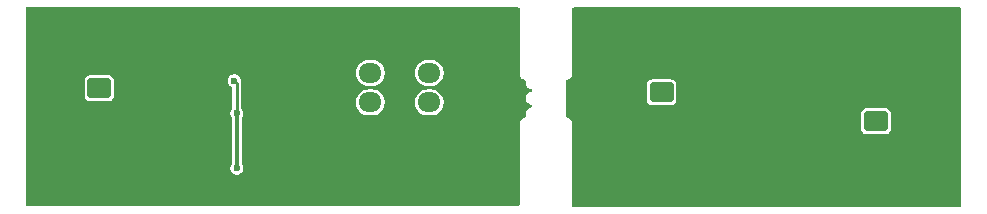
<source format=gbl>
%TF.GenerationSoftware,KiCad,Pcbnew,9.0.0*%
%TF.CreationDate,2025-04-24T22:58:58+03:00*%
%TF.ProjectId,PSU,5053552e-6b69-4636-9164-5f7063625858,rev?*%
%TF.SameCoordinates,Original*%
%TF.FileFunction,Copper,L2,Bot*%
%TF.FilePolarity,Positive*%
%FSLAX46Y46*%
G04 Gerber Fmt 4.6, Leading zero omitted, Abs format (unit mm)*
G04 Created by KiCad (PCBNEW 9.0.0) date 2025-04-24 22:58:58*
%MOMM*%
%LPD*%
G01*
G04 APERTURE LIST*
G04 Aperture macros list*
%AMRoundRect*
0 Rectangle with rounded corners*
0 $1 Rounding radius*
0 $2 $3 $4 $5 $6 $7 $8 $9 X,Y pos of 4 corners*
0 Add a 4 corners polygon primitive as box body*
4,1,4,$2,$3,$4,$5,$6,$7,$8,$9,$2,$3,0*
0 Add four circle primitives for the rounded corners*
1,1,$1+$1,$2,$3*
1,1,$1+$1,$4,$5*
1,1,$1+$1,$6,$7*
1,1,$1+$1,$8,$9*
0 Add four rect primitives between the rounded corners*
20,1,$1+$1,$2,$3,$4,$5,0*
20,1,$1+$1,$4,$5,$6,$7,0*
20,1,$1+$1,$6,$7,$8,$9,0*
20,1,$1+$1,$8,$9,$2,$3,0*%
G04 Aperture macros list end*
%TA.AperFunction,ComponentPad*%
%ADD10O,2.000000X1.700000*%
%TD*%
%TA.AperFunction,ComponentPad*%
%ADD11RoundRect,0.250000X-0.750000X0.600000X-0.750000X-0.600000X0.750000X-0.600000X0.750000X0.600000X0*%
%TD*%
%TA.AperFunction,ComponentPad*%
%ADD12O,1.950000X1.700000*%
%TD*%
%TA.AperFunction,ComponentPad*%
%ADD13RoundRect,0.250000X0.725000X-0.600000X0.725000X0.600000X-0.725000X0.600000X-0.725000X-0.600000X0*%
%TD*%
%TA.AperFunction,ConnectorPad*%
%ADD14C,3.800000*%
%TD*%
%TA.AperFunction,ComponentPad*%
%ADD15C,2.600000*%
%TD*%
%TA.AperFunction,ComponentPad*%
%ADD16C,0.600000*%
%TD*%
%TA.AperFunction,SMDPad,CuDef*%
%ADD17R,1.000000X2.650000*%
%TD*%
%TA.AperFunction,ComponentPad*%
%ADD18RoundRect,0.250000X0.750000X-0.600000X0.750000X0.600000X-0.750000X0.600000X-0.750000X-0.600000X0*%
%TD*%
%TA.AperFunction,ViaPad*%
%ADD19C,0.600000*%
%TD*%
%TA.AperFunction,Conductor*%
%ADD20C,0.250000*%
%TD*%
%TA.AperFunction,Conductor*%
%ADD21C,0.350000*%
%TD*%
G04 APERTURE END LIST*
D10*
%TO.P,J1,2,Pin_2*%
%TO.N,AGND*%
X94133500Y-101737800D03*
D11*
%TO.P,J1,1,Pin_1*%
%TO.N,/RAWA_Unprotected*%
X94133500Y-99237800D03*
%TD*%
D12*
%TO.P,J3,3,Pin_3*%
%TO.N,/AVDD*%
X122052900Y-97931600D03*
%TO.P,J3,2,Pin_2*%
%TO.N,/AVSS*%
X122052900Y-100431600D03*
D13*
%TO.P,J3,1,Pin_1*%
%TO.N,AGND*%
X122052900Y-102931600D03*
%TD*%
D14*
%TO.P,H3,1,1*%
%TO.N,AGND*%
X90018700Y-94335600D03*
D15*
X90018700Y-94335600D03*
%TD*%
D14*
%TO.P,H4,1,1*%
%TO.N,AGND*%
X127356700Y-94462600D03*
D15*
X127356700Y-94462600D03*
%TD*%
D14*
%TO.P,H1,1,1*%
%TO.N,AGND*%
X127382100Y-106883200D03*
D15*
X127382100Y-106883200D03*
%TD*%
D16*
%TO.P,U1,13,PAD*%
%TO.N,AGND*%
X104128050Y-101300600D03*
D17*
X104128050Y-100300600D03*
D16*
X104128050Y-100300600D03*
X104128050Y-99300600D03*
%TD*%
D14*
%TO.P,H2,1,1*%
%TO.N,AGND*%
X90018700Y-107061000D03*
D15*
X90018700Y-107061000D03*
%TD*%
D12*
%TO.P,J2,3,Pin_3*%
%TO.N,/AVDD*%
X117074500Y-97931600D03*
%TO.P,J2,2,Pin_2*%
%TO.N,/AVSS*%
X117074500Y-100431600D03*
D13*
%TO.P,J2,1,Pin_1*%
%TO.N,AGND*%
X117074500Y-102931600D03*
%TD*%
D14*
%TO.P,H8,1,1*%
%TO.N,DGND*%
X136486668Y-107004304D03*
D15*
X136486668Y-107004304D03*
%TD*%
D14*
%TO.P,H7,1,1*%
%TO.N,DGND*%
X136376218Y-94537158D03*
D15*
X136376218Y-94537158D03*
%TD*%
D14*
%TO.P,H5,1,1*%
%TO.N,DGND*%
X164849618Y-107059358D03*
D15*
X164849618Y-107059358D03*
%TD*%
D14*
%TO.P,H6,1,1*%
%TO.N,DGND*%
X164849618Y-94511758D03*
D15*
X164849618Y-94511758D03*
%TD*%
D10*
%TO.P,J4,2,Pin_2*%
%TO.N,DGND*%
X141735618Y-102086404D03*
D11*
%TO.P,J4,1,Pin_1*%
%TO.N,/RAWD_Unprotected*%
X141735618Y-99586404D03*
%TD*%
D10*
%TO.P,J5,2,Pin_2*%
%TO.N,DGND*%
X159901418Y-99530204D03*
D18*
%TO.P,J5,1,Pin_1*%
%TO.N,/3.3V*%
X159901418Y-102030204D03*
%TD*%
D19*
%TO.N,AGND*%
X98349900Y-99822000D03*
X102347713Y-100731503D03*
X113285100Y-96520000D03*
X101397900Y-100797000D03*
X108179700Y-95529400D03*
X103683900Y-104495600D03*
X111559000Y-101497300D03*
X114682100Y-97231200D03*
X99467500Y-104724200D03*
X113564500Y-106426000D03*
X114707500Y-101142800D03*
X106173100Y-95097600D03*
X114707500Y-99949000D03*
X104877700Y-94691200D03*
X114656700Y-103428800D03*
X113285100Y-97409000D03*
X108103500Y-102311200D03*
X109053460Y-106426000D03*
X102464700Y-95199200D03*
X100712100Y-104521000D03*
X111913500Y-96494600D03*
X99365900Y-100761800D03*
X111634100Y-102311200D03*
X108078100Y-99644200D03*
X102594120Y-96977200D03*
X98349900Y-100761800D03*
X100991500Y-96418400D03*
X102617100Y-97790000D03*
X109322700Y-97409000D03*
X99162700Y-103835200D03*
X114631300Y-106400600D03*
X100026300Y-96494600D03*
X113335900Y-102311200D03*
X110084700Y-102311200D03*
X109043300Y-101498400D03*
X107316100Y-95097600D03*
X114656700Y-104952800D03*
X109043300Y-102311200D03*
X114707500Y-98780600D03*
X100407300Y-103835200D03*
X111913500Y-97409000D03*
X106858900Y-104495600D03*
X102607814Y-98644314D03*
X97206900Y-96469200D03*
X114682100Y-96088200D03*
X108103500Y-101041200D03*
X110567300Y-97409000D03*
X113335900Y-101473000D03*
X101626500Y-104546400D03*
X101702700Y-95910400D03*
X100356500Y-102920800D03*
X100381900Y-100787200D03*
X109322700Y-96494600D03*
X107925700Y-106426000D03*
X110586100Y-96520000D03*
X100407300Y-105359200D03*
X103582300Y-95158800D03*
X104699900Y-104495600D03*
X108865500Y-100380800D03*
X111308980Y-106426000D03*
X106757300Y-105892600D03*
%TO.N,RAW_A*%
X105766700Y-105994200D03*
%TO.N,AGND*%
X110181220Y-106426000D03*
X101626500Y-105359200D03*
%TO.N,RAW_A*%
X105781958Y-101356142D03*
%TO.N,AGND*%
X112436740Y-106426000D03*
X99162700Y-102920800D03*
%TO.N,RAW_A*%
X105568252Y-98582152D03*
%TO.N,AGND*%
X97283100Y-105850800D03*
%TO.N,DGND*%
X152073418Y-102990004D03*
X152073418Y-96086558D03*
X162131818Y-105453804D03*
X152022618Y-104133004D03*
X153013218Y-103040804D03*
X149736618Y-96894004D03*
X145418618Y-96086558D03*
X160963418Y-96055804D03*
X144351818Y-99688004D03*
X152022618Y-105123604D03*
X152073418Y-96894004D03*
X153013218Y-102066800D03*
X152048018Y-101212004D03*
X150955818Y-105123604D03*
X150854218Y-96894004D03*
X148466618Y-104133004D03*
X153013218Y-104149600D03*
X150854218Y-96086558D03*
X148466618Y-105123604D03*
X149736618Y-105123604D03*
X147577618Y-96894004D03*
X153013218Y-105140200D03*
X159388618Y-105453804D03*
X144402618Y-98672004D03*
X149736618Y-96086558D03*
X144351818Y-100932604D03*
X144275618Y-96086558D03*
X146688618Y-103396404D03*
X149838218Y-102075604D03*
X148517418Y-96086558D03*
X155299218Y-105199804D03*
X156721618Y-105199804D03*
X152048018Y-102075604D03*
X162309618Y-96055804D03*
X158144018Y-96055804D03*
X149863618Y-98646604D03*
X146536218Y-96086558D03*
X156872918Y-102202604D03*
X147323618Y-105174404D03*
X153800618Y-104006004D03*
X150955818Y-104133004D03*
X159566418Y-96055804D03*
X150981218Y-102050204D03*
X149711218Y-100424604D03*
X150854218Y-98646604D03*
X147577618Y-96086558D03*
X148517418Y-96894004D03*
X145494818Y-103421804D03*
X144430099Y-102839904D03*
X152413249Y-97925773D03*
X149736618Y-104133004D03*
X160785618Y-105453804D03*
X154807618Y-100221404D03*
X153685460Y-96435400D03*
X147349018Y-104133004D03*
X152606818Y-100551604D03*
X157966218Y-105453804D03*
X153013218Y-97071804D03*
%TD*%
D20*
%TO.N,RAW_A*%
X105781958Y-101356142D02*
X105781958Y-98795858D01*
D21*
X105766700Y-105994200D02*
X105766700Y-101371400D01*
D20*
X105781958Y-98795858D02*
X105568252Y-98582152D01*
D21*
X105766700Y-101371400D02*
X105781958Y-101356142D01*
%TD*%
%TA.AperFunction,Conductor*%
%TO.N,DGND*%
G36*
X167055183Y-92401539D02*
G01*
X167100938Y-92454343D01*
X167112144Y-92505854D01*
X167112144Y-109144162D01*
X167092459Y-109211201D01*
X167039655Y-109256956D01*
X166988144Y-109268162D01*
X134280761Y-109268162D01*
X134213722Y-109248477D01*
X134167967Y-109195673D01*
X134156761Y-109144168D01*
X134156400Y-102201507D01*
X134156400Y-102143708D01*
X134156397Y-102143696D01*
X134156397Y-102143682D01*
X134138440Y-102076680D01*
X134122489Y-102017151D01*
X134122304Y-102016437D01*
X134122292Y-102016407D01*
X134113905Y-102001882D01*
X134087577Y-101956286D01*
X134057056Y-101903423D01*
X134056475Y-101902388D01*
X134056405Y-101902295D01*
X134056400Y-101902286D01*
X134056393Y-101902279D01*
X134056387Y-101902272D01*
X134056384Y-101902265D01*
X134056378Y-101902259D01*
X134009792Y-101855677D01*
X134009787Y-101855673D01*
X133963214Y-101809100D01*
X133963204Y-101809094D01*
X133963194Y-101809084D01*
X133906087Y-101776117D01*
X133905986Y-101776059D01*
X133849086Y-101743208D01*
X133849073Y-101743204D01*
X133849062Y-101743198D01*
X133841896Y-101741278D01*
X133788768Y-101727045D01*
X133788768Y-101727044D01*
X133788763Y-101727044D01*
X133748246Y-101716188D01*
X133688585Y-101679824D01*
X133658055Y-101616977D01*
X133656339Y-101596435D01*
X133656337Y-101569076D01*
X133660559Y-101536996D01*
X133671900Y-101494675D01*
X133671900Y-101382339D01*
X158650918Y-101382339D01*
X158650918Y-102678074D01*
X158650919Y-102678080D01*
X158657326Y-102737687D01*
X158707620Y-102872532D01*
X158707624Y-102872539D01*
X158793870Y-102987748D01*
X158793873Y-102987751D01*
X158909082Y-103073997D01*
X158909089Y-103074001D01*
X159043935Y-103124295D01*
X159043934Y-103124295D01*
X159050862Y-103125039D01*
X159103545Y-103130704D01*
X160699290Y-103130703D01*
X160758901Y-103124295D01*
X160893749Y-103074000D01*
X161008964Y-102987750D01*
X161095214Y-102872535D01*
X161145509Y-102737687D01*
X161151918Y-102678077D01*
X161151917Y-101382332D01*
X161145509Y-101322721D01*
X161134673Y-101293669D01*
X161095215Y-101187875D01*
X161095211Y-101187868D01*
X161008965Y-101072659D01*
X161008962Y-101072656D01*
X160893753Y-100986410D01*
X160893746Y-100986406D01*
X160758900Y-100936112D01*
X160758901Y-100936112D01*
X160699301Y-100929705D01*
X160699299Y-100929704D01*
X160699291Y-100929704D01*
X160699282Y-100929704D01*
X159103547Y-100929704D01*
X159103541Y-100929705D01*
X159043934Y-100936112D01*
X158909089Y-100986406D01*
X158909082Y-100986410D01*
X158793873Y-101072656D01*
X158793870Y-101072659D01*
X158707624Y-101187868D01*
X158707620Y-101187875D01*
X158657326Y-101322721D01*
X158650919Y-101382320D01*
X158650919Y-101382327D01*
X158650918Y-101382339D01*
X133671900Y-101382339D01*
X133671900Y-101349725D01*
X133658732Y-101300582D01*
X133657694Y-101293669D01*
X133658229Y-101289769D01*
X133656319Y-101275266D01*
X133656257Y-100248573D01*
X133660479Y-100216495D01*
X133671900Y-100173875D01*
X133671900Y-100028925D01*
X133660464Y-99986245D01*
X133656239Y-99954164D01*
X133656178Y-98938539D01*
X140485118Y-98938539D01*
X140485118Y-100234274D01*
X140485119Y-100234280D01*
X140491526Y-100293887D01*
X140541820Y-100428732D01*
X140541824Y-100428739D01*
X140628070Y-100543948D01*
X140628073Y-100543951D01*
X140743282Y-100630197D01*
X140743289Y-100630201D01*
X140878135Y-100680495D01*
X140878134Y-100680495D01*
X140885062Y-100681239D01*
X140937745Y-100686904D01*
X142533490Y-100686903D01*
X142593101Y-100680495D01*
X142727949Y-100630200D01*
X142843164Y-100543950D01*
X142929414Y-100428735D01*
X142979709Y-100293887D01*
X142986118Y-100234277D01*
X142986117Y-98938532D01*
X142979709Y-98878921D01*
X142929414Y-98744073D01*
X142929413Y-98744072D01*
X142929411Y-98744068D01*
X142843165Y-98628859D01*
X142843162Y-98628856D01*
X142727953Y-98542610D01*
X142727946Y-98542606D01*
X142593100Y-98492312D01*
X142593101Y-98492312D01*
X142533501Y-98485905D01*
X142533499Y-98485904D01*
X142533491Y-98485904D01*
X142533482Y-98485904D01*
X140937747Y-98485904D01*
X140937741Y-98485905D01*
X140878134Y-98492312D01*
X140743289Y-98542606D01*
X140743282Y-98542610D01*
X140628073Y-98628856D01*
X140628070Y-98628859D01*
X140541824Y-98744068D01*
X140541820Y-98744075D01*
X140491526Y-98878921D01*
X140486243Y-98928064D01*
X140485119Y-98938527D01*
X140485118Y-98938539D01*
X133656178Y-98938539D01*
X133656177Y-98928064D01*
X133660399Y-98895993D01*
X133671900Y-98853075D01*
X133671900Y-98708125D01*
X133660382Y-98665140D01*
X133656159Y-98633068D01*
X133656159Y-98631828D01*
X133675843Y-98564795D01*
X133728647Y-98519040D01*
X133748053Y-98512063D01*
X133789976Y-98500830D01*
X133849056Y-98485004D01*
X133849058Y-98485002D01*
X133849492Y-98484886D01*
X133852440Y-98483055D01*
X133907958Y-98451002D01*
X133961545Y-98420068D01*
X133963038Y-98419238D01*
X133963178Y-98419125D01*
X133963188Y-98419120D01*
X133963195Y-98419112D01*
X133963203Y-98419105D01*
X133963214Y-98419100D01*
X133963228Y-98419085D01*
X133963550Y-98418828D01*
X133965011Y-98417302D01*
X134009784Y-98372530D01*
X134056380Y-98325940D01*
X134056383Y-98325933D01*
X134056393Y-98325924D01*
X134056397Y-98325916D01*
X134056400Y-98325914D01*
X134088269Y-98270713D01*
X134120354Y-98215150D01*
X134121878Y-98212697D01*
X134122265Y-98211840D01*
X134122280Y-98211816D01*
X134122282Y-98211802D01*
X134122287Y-98211793D01*
X134122292Y-98211786D01*
X134122294Y-98211777D01*
X134122415Y-98211511D01*
X134122944Y-98209351D01*
X134138111Y-98152744D01*
X134138114Y-98152739D01*
X134138113Y-98152739D01*
X134144211Y-98129983D01*
X134156396Y-98084524D01*
X134156396Y-98084521D01*
X134156400Y-98084507D01*
X134156400Y-98021990D01*
X134156753Y-92505846D01*
X134176442Y-92438808D01*
X134229249Y-92393056D01*
X134280753Y-92381854D01*
X166988144Y-92381854D01*
X167055183Y-92401539D01*
G37*
%TD.AperFunction*%
%TD*%
%TA.AperFunction,Conductor*%
%TO.N,AGND*%
G36*
X129669439Y-92391985D02*
G01*
X129715194Y-92444789D01*
X129726400Y-92496300D01*
X129726400Y-98084491D01*
X129760508Y-98211787D01*
X129793454Y-98268850D01*
X129826400Y-98325914D01*
X129919586Y-98419100D01*
X130033714Y-98484992D01*
X130150338Y-98516241D01*
X130209995Y-98552603D01*
X130240525Y-98615450D01*
X130238017Y-98668106D01*
X130234100Y-98682723D01*
X130234100Y-98682725D01*
X130234100Y-98827675D01*
X130267272Y-98951473D01*
X130271617Y-98967688D01*
X130344088Y-99093211D01*
X130344090Y-99093213D01*
X130344091Y-99093215D01*
X130446585Y-99195709D01*
X130446586Y-99195710D01*
X130446588Y-99195711D01*
X130572111Y-99268182D01*
X130572112Y-99268182D01*
X130572115Y-99268184D01*
X130675274Y-99295825D01*
X130734933Y-99332190D01*
X130765462Y-99395038D01*
X130757167Y-99464413D01*
X130712682Y-99518291D01*
X130675275Y-99535373D01*
X130587105Y-99558999D01*
X130572111Y-99563017D01*
X130446588Y-99635488D01*
X130446582Y-99635493D01*
X130344093Y-99737982D01*
X130344088Y-99737988D01*
X130271617Y-99863511D01*
X130271616Y-99863515D01*
X130234100Y-100003525D01*
X130234100Y-100148475D01*
X130271616Y-100288485D01*
X130271617Y-100288488D01*
X130344088Y-100414011D01*
X130344090Y-100414013D01*
X130344091Y-100414015D01*
X130446585Y-100516509D01*
X130446586Y-100516510D01*
X130446588Y-100516511D01*
X130572111Y-100588982D01*
X130572112Y-100588982D01*
X130572115Y-100588984D01*
X130675274Y-100616625D01*
X130734933Y-100652990D01*
X130765462Y-100715838D01*
X130757167Y-100785213D01*
X130712682Y-100839091D01*
X130675275Y-100856173D01*
X130587105Y-100879799D01*
X130572111Y-100883817D01*
X130446588Y-100956288D01*
X130446582Y-100956293D01*
X130344093Y-101058782D01*
X130344088Y-101058788D01*
X130271617Y-101184311D01*
X130271616Y-101184315D01*
X130234100Y-101324325D01*
X130234100Y-101324327D01*
X130234100Y-101469274D01*
X130257085Y-101555057D01*
X130255422Y-101624907D01*
X130216259Y-101682769D01*
X130167998Y-101703789D01*
X130168858Y-101706997D01*
X130161009Y-101709100D01*
X130161008Y-101709100D01*
X130112687Y-101722047D01*
X130033712Y-101743208D01*
X129919586Y-101809100D01*
X129919583Y-101809102D01*
X129826402Y-101902283D01*
X129826400Y-101902286D01*
X129760508Y-102016412D01*
X129726400Y-102143708D01*
X129726400Y-109078100D01*
X129706715Y-109145139D01*
X129653911Y-109190894D01*
X129602400Y-109202100D01*
X88011400Y-109202100D01*
X87944361Y-109182415D01*
X87898606Y-109129611D01*
X87887400Y-109078100D01*
X87887400Y-98589935D01*
X92883000Y-98589935D01*
X92883000Y-99885670D01*
X92883001Y-99885676D01*
X92889408Y-99945283D01*
X92939702Y-100080128D01*
X92939706Y-100080135D01*
X93025952Y-100195344D01*
X93025955Y-100195347D01*
X93141164Y-100281593D01*
X93141171Y-100281597D01*
X93276017Y-100331891D01*
X93276016Y-100331891D01*
X93282944Y-100332635D01*
X93335627Y-100338300D01*
X94931372Y-100338299D01*
X94990983Y-100331891D01*
X95125831Y-100281596D01*
X95241046Y-100195346D01*
X95327296Y-100080131D01*
X95377591Y-99945283D01*
X95384000Y-99885673D01*
X95383999Y-98589928D01*
X95377591Y-98530317D01*
X95373407Y-98519100D01*
X95369892Y-98509677D01*
X105017752Y-98509677D01*
X105017752Y-98654627D01*
X105048938Y-98771014D01*
X105055269Y-98794640D01*
X105127740Y-98920163D01*
X105127742Y-98920165D01*
X105127743Y-98920167D01*
X105230237Y-99022661D01*
X105344459Y-99088607D01*
X105392673Y-99139173D01*
X105406458Y-99195993D01*
X105406458Y-100901756D01*
X105386773Y-100968795D01*
X105370139Y-100989437D01*
X105341451Y-101018124D01*
X105341446Y-101018130D01*
X105268975Y-101143653D01*
X105267668Y-101148530D01*
X105231458Y-101283667D01*
X105231458Y-101428617D01*
X105251926Y-101505002D01*
X105268975Y-101568631D01*
X105268976Y-101568632D01*
X105324586Y-101664949D01*
X105341200Y-101726950D01*
X105341200Y-105596963D01*
X105324587Y-105658963D01*
X105253717Y-105781711D01*
X105253716Y-105781715D01*
X105216200Y-105921725D01*
X105216200Y-106066675D01*
X105253716Y-106206685D01*
X105253717Y-106206688D01*
X105326188Y-106332211D01*
X105326190Y-106332213D01*
X105326191Y-106332215D01*
X105428685Y-106434709D01*
X105428686Y-106434710D01*
X105428688Y-106434711D01*
X105554211Y-106507182D01*
X105554212Y-106507182D01*
X105554215Y-106507184D01*
X105694225Y-106544700D01*
X105694228Y-106544700D01*
X105839172Y-106544700D01*
X105839175Y-106544700D01*
X105979185Y-106507184D01*
X106104715Y-106434709D01*
X106207209Y-106332215D01*
X106279684Y-106206685D01*
X106317200Y-106066675D01*
X106317200Y-105921725D01*
X106279684Y-105781715D01*
X106208813Y-105658963D01*
X106192200Y-105596963D01*
X106192200Y-101775693D01*
X106211885Y-101708654D01*
X106217827Y-101700203D01*
X106222461Y-101694162D01*
X106222467Y-101694157D01*
X106294942Y-101568627D01*
X106332458Y-101428617D01*
X106332458Y-101283667D01*
X106294942Y-101143657D01*
X106245939Y-101058782D01*
X106222469Y-101018130D01*
X106222464Y-101018124D01*
X106193777Y-100989437D01*
X106160292Y-100928114D01*
X106157458Y-100901756D01*
X106157458Y-100344989D01*
X115849000Y-100344989D01*
X115849000Y-100518211D01*
X115876098Y-100689301D01*
X115927110Y-100846300D01*
X115929628Y-100854047D01*
X115988095Y-100968795D01*
X116008268Y-101008388D01*
X116110086Y-101148528D01*
X116232572Y-101271014D01*
X116372712Y-101372832D01*
X116527055Y-101451473D01*
X116691799Y-101505002D01*
X116862889Y-101532100D01*
X116862890Y-101532100D01*
X117286110Y-101532100D01*
X117286111Y-101532100D01*
X117457201Y-101505002D01*
X117621945Y-101451473D01*
X117776288Y-101372832D01*
X117916428Y-101271014D01*
X118038914Y-101148528D01*
X118140732Y-101008388D01*
X118219373Y-100854045D01*
X118272902Y-100689301D01*
X118300000Y-100518211D01*
X118300000Y-100344989D01*
X120827400Y-100344989D01*
X120827400Y-100518211D01*
X120854498Y-100689301D01*
X120905510Y-100846300D01*
X120908028Y-100854047D01*
X120966495Y-100968795D01*
X120986668Y-101008388D01*
X121088486Y-101148528D01*
X121210972Y-101271014D01*
X121351112Y-101372832D01*
X121505455Y-101451473D01*
X121670199Y-101505002D01*
X121841289Y-101532100D01*
X121841290Y-101532100D01*
X122264510Y-101532100D01*
X122264511Y-101532100D01*
X122435601Y-101505002D01*
X122600345Y-101451473D01*
X122754688Y-101372832D01*
X122894828Y-101271014D01*
X123017314Y-101148528D01*
X123119132Y-101008388D01*
X123197773Y-100854045D01*
X123251302Y-100689301D01*
X123278400Y-100518211D01*
X123278400Y-100344989D01*
X123251302Y-100173899D01*
X123197773Y-100009155D01*
X123119132Y-99854812D01*
X123017314Y-99714672D01*
X122894828Y-99592186D01*
X122754688Y-99490368D01*
X122600345Y-99411727D01*
X122435601Y-99358198D01*
X122435599Y-99358197D01*
X122435598Y-99358197D01*
X122304171Y-99337381D01*
X122264511Y-99331100D01*
X121841289Y-99331100D01*
X121801628Y-99337381D01*
X121670202Y-99358197D01*
X121505452Y-99411728D01*
X121351111Y-99490368D01*
X121312679Y-99518291D01*
X121210972Y-99592186D01*
X121210970Y-99592188D01*
X121210969Y-99592188D01*
X121088488Y-99714669D01*
X121088488Y-99714670D01*
X121088486Y-99714672D01*
X121071548Y-99737985D01*
X120986668Y-99854811D01*
X120908028Y-100009152D01*
X120854497Y-100173902D01*
X120828460Y-100338298D01*
X120827400Y-100344989D01*
X118300000Y-100344989D01*
X118272902Y-100173899D01*
X118219373Y-100009155D01*
X118140732Y-99854812D01*
X118038914Y-99714672D01*
X117916428Y-99592186D01*
X117776288Y-99490368D01*
X117621945Y-99411727D01*
X117457201Y-99358198D01*
X117457199Y-99358197D01*
X117457198Y-99358197D01*
X117325771Y-99337381D01*
X117286111Y-99331100D01*
X116862889Y-99331100D01*
X116823228Y-99337381D01*
X116691802Y-99358197D01*
X116527052Y-99411728D01*
X116372711Y-99490368D01*
X116334279Y-99518291D01*
X116232572Y-99592186D01*
X116232570Y-99592188D01*
X116232569Y-99592188D01*
X116110088Y-99714669D01*
X116110088Y-99714670D01*
X116110086Y-99714672D01*
X116093148Y-99737985D01*
X116008268Y-99854811D01*
X115929628Y-100009152D01*
X115876097Y-100173902D01*
X115850060Y-100338298D01*
X115849000Y-100344989D01*
X106157458Y-100344989D01*
X106157458Y-98746423D01*
X106152277Y-98727090D01*
X106152276Y-98727086D01*
X106131868Y-98650921D01*
X106131867Y-98650918D01*
X106127642Y-98635148D01*
X106129390Y-98634679D01*
X106118752Y-98594976D01*
X106118752Y-98509679D01*
X106118752Y-98509677D01*
X106081236Y-98369667D01*
X106055976Y-98325916D01*
X106008763Y-98244140D01*
X106008758Y-98244134D01*
X105906269Y-98141645D01*
X105906263Y-98141640D01*
X105780740Y-98069169D01*
X105780741Y-98069169D01*
X105769258Y-98066092D01*
X105640727Y-98031652D01*
X105495777Y-98031652D01*
X105367245Y-98066092D01*
X105355763Y-98069169D01*
X105230240Y-98141640D01*
X105230234Y-98141645D01*
X105127745Y-98244134D01*
X105127740Y-98244140D01*
X105055269Y-98369663D01*
X105055268Y-98369667D01*
X105017752Y-98509677D01*
X95369892Y-98509677D01*
X95327297Y-98395471D01*
X95327293Y-98395464D01*
X95241047Y-98280255D01*
X95241044Y-98280252D01*
X95125835Y-98194006D01*
X95125828Y-98194002D01*
X94990982Y-98143708D01*
X94990983Y-98143708D01*
X94931383Y-98137301D01*
X94931381Y-98137300D01*
X94931373Y-98137300D01*
X94931364Y-98137300D01*
X93335629Y-98137300D01*
X93335623Y-98137301D01*
X93276016Y-98143708D01*
X93141171Y-98194002D01*
X93141164Y-98194006D01*
X93025955Y-98280252D01*
X93025952Y-98280255D01*
X92939706Y-98395464D01*
X92939702Y-98395471D01*
X92889408Y-98530317D01*
X92883001Y-98589916D01*
X92883001Y-98589923D01*
X92883000Y-98589935D01*
X87887400Y-98589935D01*
X87887400Y-97844989D01*
X115849000Y-97844989D01*
X115849000Y-98018210D01*
X115868549Y-98141643D01*
X115876098Y-98189301D01*
X115929627Y-98354045D01*
X116008268Y-98508388D01*
X116110086Y-98648528D01*
X116232572Y-98771014D01*
X116372712Y-98872832D01*
X116527055Y-98951473D01*
X116691799Y-99005002D01*
X116862889Y-99032100D01*
X116862890Y-99032100D01*
X117286110Y-99032100D01*
X117286111Y-99032100D01*
X117457201Y-99005002D01*
X117621945Y-98951473D01*
X117776288Y-98872832D01*
X117916428Y-98771014D01*
X118038914Y-98648528D01*
X118140732Y-98508388D01*
X118219373Y-98354045D01*
X118272902Y-98189301D01*
X118300000Y-98018211D01*
X118300000Y-97844989D01*
X120827400Y-97844989D01*
X120827400Y-98018210D01*
X120846949Y-98141643D01*
X120854498Y-98189301D01*
X120908027Y-98354045D01*
X120986668Y-98508388D01*
X121088486Y-98648528D01*
X121210972Y-98771014D01*
X121351112Y-98872832D01*
X121505455Y-98951473D01*
X121670199Y-99005002D01*
X121841289Y-99032100D01*
X121841290Y-99032100D01*
X122264510Y-99032100D01*
X122264511Y-99032100D01*
X122435601Y-99005002D01*
X122600345Y-98951473D01*
X122754688Y-98872832D01*
X122894828Y-98771014D01*
X123017314Y-98648528D01*
X123119132Y-98508388D01*
X123197773Y-98354045D01*
X123251302Y-98189301D01*
X123278400Y-98018211D01*
X123278400Y-97844989D01*
X123251302Y-97673899D01*
X123197773Y-97509155D01*
X123119132Y-97354812D01*
X123017314Y-97214672D01*
X122894828Y-97092186D01*
X122754688Y-96990368D01*
X122600345Y-96911727D01*
X122435601Y-96858198D01*
X122435599Y-96858197D01*
X122435598Y-96858197D01*
X122304171Y-96837381D01*
X122264511Y-96831100D01*
X121841289Y-96831100D01*
X121801628Y-96837381D01*
X121670202Y-96858197D01*
X121505452Y-96911728D01*
X121351111Y-96990368D01*
X121271156Y-97048459D01*
X121210972Y-97092186D01*
X121210970Y-97092188D01*
X121210969Y-97092188D01*
X121088488Y-97214669D01*
X121088488Y-97214670D01*
X121088486Y-97214672D01*
X121044759Y-97274856D01*
X120986668Y-97354811D01*
X120908028Y-97509152D01*
X120854497Y-97673902D01*
X120827400Y-97844989D01*
X118300000Y-97844989D01*
X118272902Y-97673899D01*
X118219373Y-97509155D01*
X118140732Y-97354812D01*
X118038914Y-97214672D01*
X117916428Y-97092186D01*
X117776288Y-96990368D01*
X117621945Y-96911727D01*
X117457201Y-96858198D01*
X117457199Y-96858197D01*
X117457198Y-96858197D01*
X117325771Y-96837381D01*
X117286111Y-96831100D01*
X116862889Y-96831100D01*
X116823228Y-96837381D01*
X116691802Y-96858197D01*
X116527052Y-96911728D01*
X116372711Y-96990368D01*
X116292756Y-97048459D01*
X116232572Y-97092186D01*
X116232570Y-97092188D01*
X116232569Y-97092188D01*
X116110088Y-97214669D01*
X116110088Y-97214670D01*
X116110086Y-97214672D01*
X116066359Y-97274856D01*
X116008268Y-97354811D01*
X115929628Y-97509152D01*
X115876097Y-97673902D01*
X115849000Y-97844989D01*
X87887400Y-97844989D01*
X87887400Y-92496300D01*
X87907085Y-92429261D01*
X87959889Y-92383506D01*
X88011400Y-92372300D01*
X129602400Y-92372300D01*
X129669439Y-92391985D01*
G37*
%TD.AperFunction*%
%TD*%
M02*

</source>
